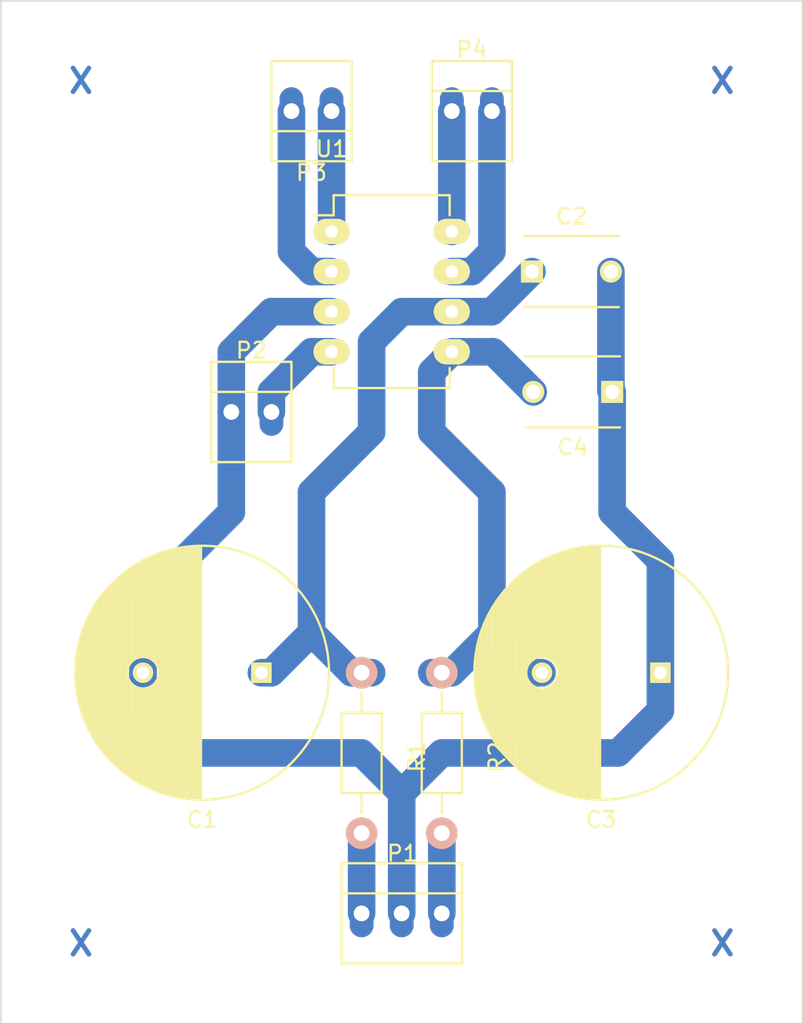
<source format=kicad_pcb>
(kicad_pcb (version 4) (host pcbnew 4.0.0-rc2-stable)

  (general
    (links 19)
    (no_connects 0)
    (area 78.689999 39.319999 129.590001 104.190001)
    (thickness 1.6)
    (drawings 8)
    (tracks 57)
    (zones 0)
    (modules 11)
    (nets 11)
  )

  (page A4)
  (layers
    (0 F.Cu signal)
    (31 B.Cu signal)
    (32 B.Adhes user)
    (33 F.Adhes user)
    (34 B.Paste user)
    (35 F.Paste user)
    (36 B.SilkS user)
    (37 F.SilkS user)
    (38 B.Mask user)
    (39 F.Mask user)
    (40 Dwgs.User user)
    (41 Cmts.User user)
    (42 Eco1.User user)
    (43 Eco2.User user)
    (44 Edge.Cuts user)
    (45 Margin user)
    (46 B.CrtYd user)
    (47 F.CrtYd user)
    (48 B.Fab user)
    (49 F.Fab user)
  )

  (setup
    (last_trace_width 1.75)
    (trace_clearance 0.2)
    (zone_clearance 0.508)
    (zone_45_only no)
    (trace_min 0.2)
    (segment_width 0.2)
    (edge_width 0.1)
    (via_size 0.6)
    (via_drill 0.4)
    (via_min_size 0.4)
    (via_min_drill 0.3)
    (uvia_size 0.3)
    (uvia_drill 0.1)
    (uvias_allowed no)
    (uvia_min_size 0.2)
    (uvia_min_drill 0.1)
    (pcb_text_width 0.3)
    (pcb_text_size 1.5 1.5)
    (mod_edge_width 0.15)
    (mod_text_size 1 1)
    (mod_text_width 0.15)
    (pad_size 1.5 1.5)
    (pad_drill 0.6)
    (pad_to_mask_clearance 0)
    (aux_axis_origin 0 0)
    (visible_elements 7FFFFFFF)
    (pcbplotparams
      (layerselection 0x00030_80000001)
      (usegerberextensions false)
      (excludeedgelayer true)
      (linewidth 0.100000)
      (plotframeref false)
      (viasonmask false)
      (mode 1)
      (useauxorigin false)
      (hpglpennumber 1)
      (hpglpenspeed 20)
      (hpglpendiameter 15)
      (hpglpenoverlay 2)
      (psnegative false)
      (psa4output false)
      (plotreference true)
      (plotvalue true)
      (plotinvisibletext false)
      (padsonsilk false)
      (subtractmaskfromsilk false)
      (outputformat 1)
      (mirror false)
      (drillshape 1)
      (scaleselection 1)
      (outputdirectory ""))
  )

  (net 0 "")
  (net 1 GND)
  (net 2 +Vreg)
  (net 3 -Vreg)
  (net 4 +V_L)
  (net 5 -V_L)
  (net 6 Vin_L)
  (net 7 "Net-(P3-Pad1)")
  (net 8 "Net-(P3-Pad2)")
  (net 9 "Net-(P4-Pad1)")
  (net 10 "Net-(P4-Pad2)")

  (net_class Default "This is the default net class."
    (clearance 0.2)
    (trace_width 1.75)
    (via_dia 0.6)
    (via_drill 0.4)
    (uvia_dia 0.3)
    (uvia_drill 0.1)
    (add_net +V_L)
    (add_net +Vreg)
    (add_net -V_L)
    (add_net -Vreg)
    (add_net GND)
    (add_net "Net-(P3-Pad1)")
    (add_net "Net-(P3-Pad2)")
    (add_net "Net-(P4-Pad1)")
    (add_net "Net-(P4-Pad2)")
    (add_net Vin_L)
  )

  (module Capacitors_ThroughHole:C_Radial_D16_L25_P7.5 (layer F.Cu) (tedit 0) (tstamp 5665200B)
    (at 95.25 81.915 180)
    (descr "Radial Electrolytic Capacitor Diameter 16mm x Length 25mm, Pitch 7.5mm")
    (tags "Electrolytic Capacitor")
    (path /566523DD)
    (fp_text reference C1 (at 3.75 -9.3 180) (layer F.SilkS)
      (effects (font (size 1 1) (thickness 0.15)))
    )
    (fp_text value 470u (at 3.75 9.3 180) (layer F.Fab)
      (effects (font (size 1 1) (thickness 0.15)))
    )
    (fp_line (start 3.825 -8) (end 3.825 8) (layer F.SilkS) (width 0.15))
    (fp_line (start 3.965 -7.997) (end 3.965 7.997) (layer F.SilkS) (width 0.15))
    (fp_line (start 4.105 -7.992) (end 4.105 7.992) (layer F.SilkS) (width 0.15))
    (fp_line (start 4.245 -7.985) (end 4.245 7.985) (layer F.SilkS) (width 0.15))
    (fp_line (start 4.385 -7.975) (end 4.385 7.975) (layer F.SilkS) (width 0.15))
    (fp_line (start 4.525 -7.962) (end 4.525 7.962) (layer F.SilkS) (width 0.15))
    (fp_line (start 4.665 -7.948) (end 4.665 7.948) (layer F.SilkS) (width 0.15))
    (fp_line (start 4.805 -7.93) (end 4.805 7.93) (layer F.SilkS) (width 0.15))
    (fp_line (start 4.945 -7.91) (end 4.945 7.91) (layer F.SilkS) (width 0.15))
    (fp_line (start 5.085 -7.888) (end 5.085 7.888) (layer F.SilkS) (width 0.15))
    (fp_line (start 5.225 -7.863) (end 5.225 7.863) (layer F.SilkS) (width 0.15))
    (fp_line (start 5.365 -7.835) (end 5.365 7.835) (layer F.SilkS) (width 0.15))
    (fp_line (start 5.505 -7.805) (end 5.505 7.805) (layer F.SilkS) (width 0.15))
    (fp_line (start 5.645 -7.772) (end 5.645 7.772) (layer F.SilkS) (width 0.15))
    (fp_line (start 5.785 -7.737) (end 5.785 7.737) (layer F.SilkS) (width 0.15))
    (fp_line (start 5.925 -7.699) (end 5.925 7.699) (layer F.SilkS) (width 0.15))
    (fp_line (start 6.065 -7.658) (end 6.065 7.658) (layer F.SilkS) (width 0.15))
    (fp_line (start 6.205 -7.614) (end 6.205 7.614) (layer F.SilkS) (width 0.15))
    (fp_line (start 6.345 -7.567) (end 6.345 7.567) (layer F.SilkS) (width 0.15))
    (fp_line (start 6.485 -7.518) (end 6.485 7.518) (layer F.SilkS) (width 0.15))
    (fp_line (start 6.625 -7.466) (end 6.625 -0.484) (layer F.SilkS) (width 0.15))
    (fp_line (start 6.625 0.484) (end 6.625 7.466) (layer F.SilkS) (width 0.15))
    (fp_line (start 6.765 -7.41) (end 6.765 -0.678) (layer F.SilkS) (width 0.15))
    (fp_line (start 6.765 0.678) (end 6.765 7.41) (layer F.SilkS) (width 0.15))
    (fp_line (start 6.905 -7.352) (end 6.905 -0.804) (layer F.SilkS) (width 0.15))
    (fp_line (start 6.905 0.804) (end 6.905 7.352) (layer F.SilkS) (width 0.15))
    (fp_line (start 7.045 -7.29) (end 7.045 -0.89) (layer F.SilkS) (width 0.15))
    (fp_line (start 7.045 0.89) (end 7.045 7.29) (layer F.SilkS) (width 0.15))
    (fp_line (start 7.185 -7.225) (end 7.185 -0.949) (layer F.SilkS) (width 0.15))
    (fp_line (start 7.185 0.949) (end 7.185 7.225) (layer F.SilkS) (width 0.15))
    (fp_line (start 7.325 -7.157) (end 7.325 -0.985) (layer F.SilkS) (width 0.15))
    (fp_line (start 7.325 0.985) (end 7.325 7.157) (layer F.SilkS) (width 0.15))
    (fp_line (start 7.465 -7.085) (end 7.465 -0.999) (layer F.SilkS) (width 0.15))
    (fp_line (start 7.465 0.999) (end 7.465 7.085) (layer F.SilkS) (width 0.15))
    (fp_line (start 7.605 -7.01) (end 7.605 -0.994) (layer F.SilkS) (width 0.15))
    (fp_line (start 7.605 0.994) (end 7.605 7.01) (layer F.SilkS) (width 0.15))
    (fp_line (start 7.745 -6.931) (end 7.745 -0.97) (layer F.SilkS) (width 0.15))
    (fp_line (start 7.745 0.97) (end 7.745 6.931) (layer F.SilkS) (width 0.15))
    (fp_line (start 7.885 -6.848) (end 7.885 -0.923) (layer F.SilkS) (width 0.15))
    (fp_line (start 7.885 0.923) (end 7.885 6.848) (layer F.SilkS) (width 0.15))
    (fp_line (start 8.025 -6.762) (end 8.025 -0.851) (layer F.SilkS) (width 0.15))
    (fp_line (start 8.025 0.851) (end 8.025 6.762) (layer F.SilkS) (width 0.15))
    (fp_line (start 8.165 -6.671) (end 8.165 -0.747) (layer F.SilkS) (width 0.15))
    (fp_line (start 8.165 0.747) (end 8.165 6.671) (layer F.SilkS) (width 0.15))
    (fp_line (start 8.305 -6.577) (end 8.305 -0.593) (layer F.SilkS) (width 0.15))
    (fp_line (start 8.305 0.593) (end 8.305 6.577) (layer F.SilkS) (width 0.15))
    (fp_line (start 8.445 -6.477) (end 8.445 -0.327) (layer F.SilkS) (width 0.15))
    (fp_line (start 8.445 0.327) (end 8.445 6.477) (layer F.SilkS) (width 0.15))
    (fp_line (start 8.585 -6.374) (end 8.585 6.374) (layer F.SilkS) (width 0.15))
    (fp_line (start 8.725 -6.265) (end 8.725 6.265) (layer F.SilkS) (width 0.15))
    (fp_line (start 8.865 -6.151) (end 8.865 6.151) (layer F.SilkS) (width 0.15))
    (fp_line (start 9.005 -6.032) (end 9.005 6.032) (layer F.SilkS) (width 0.15))
    (fp_line (start 9.145 -5.907) (end 9.145 5.907) (layer F.SilkS) (width 0.15))
    (fp_line (start 9.285 -5.776) (end 9.285 5.776) (layer F.SilkS) (width 0.15))
    (fp_line (start 9.425 -5.639) (end 9.425 5.639) (layer F.SilkS) (width 0.15))
    (fp_line (start 9.565 -5.494) (end 9.565 5.494) (layer F.SilkS) (width 0.15))
    (fp_line (start 9.705 -5.342) (end 9.705 5.342) (layer F.SilkS) (width 0.15))
    (fp_line (start 9.845 -5.182) (end 9.845 5.182) (layer F.SilkS) (width 0.15))
    (fp_line (start 9.985 -5.012) (end 9.985 5.012) (layer F.SilkS) (width 0.15))
    (fp_line (start 10.125 -4.833) (end 10.125 4.833) (layer F.SilkS) (width 0.15))
    (fp_line (start 10.265 -4.643) (end 10.265 4.643) (layer F.SilkS) (width 0.15))
    (fp_line (start 10.405 -4.44) (end 10.405 4.44) (layer F.SilkS) (width 0.15))
    (fp_line (start 10.545 -4.222) (end 10.545 4.222) (layer F.SilkS) (width 0.15))
    (fp_line (start 10.685 -3.988) (end 10.685 3.988) (layer F.SilkS) (width 0.15))
    (fp_line (start 10.825 -3.734) (end 10.825 3.734) (layer F.SilkS) (width 0.15))
    (fp_line (start 10.965 -3.456) (end 10.965 3.456) (layer F.SilkS) (width 0.15))
    (fp_line (start 11.105 -3.147) (end 11.105 3.147) (layer F.SilkS) (width 0.15))
    (fp_line (start 11.245 -2.797) (end 11.245 2.797) (layer F.SilkS) (width 0.15))
    (fp_line (start 11.385 -2.389) (end 11.385 2.389) (layer F.SilkS) (width 0.15))
    (fp_line (start 11.525 -1.884) (end 11.525 1.884) (layer F.SilkS) (width 0.15))
    (fp_line (start 11.665 -1.163) (end 11.665 1.163) (layer F.SilkS) (width 0.15))
    (fp_circle (center 7.5 0) (end 7.5 -1) (layer F.SilkS) (width 0.15))
    (fp_circle (center 3.75 0) (end 3.75 -8.0375) (layer F.SilkS) (width 0.15))
    (fp_circle (center 3.75 0) (end 3.75 -8.3) (layer F.CrtYd) (width 0.05))
    (pad 1 thru_hole rect (at 0 0 180) (size 1.3 1.3) (drill 0.8) (layers *.Cu *.Mask F.SilkS)
      (net 4 +V_L))
    (pad 2 thru_hole circle (at 7.5 0 180) (size 1.3 1.3) (drill 0.8) (layers *.Cu *.Mask F.SilkS)
      (net 1 GND))
    (model Capacitors_ThroughHole.3dshapes/C_Radial_D16_L25_P7.5.wrl
      (at (xyz 0.1476378 0 0))
      (scale (xyz 1 1 1))
      (rotate (xyz 0 0 90))
    )
  )

  (module Capacitors_ThroughHole:C_Disc_D6_P5 (layer F.Cu) (tedit 0) (tstamp 56652011)
    (at 112.395 56.515)
    (descr "Capacitor 6mm Disc, Pitch 5mm")
    (tags Capacitor)
    (path /566523D7)
    (fp_text reference C2 (at 2.5 -3.5) (layer F.SilkS)
      (effects (font (size 1 1) (thickness 0.15)))
    )
    (fp_text value 0.1u (at 2.5 3.5) (layer F.Fab)
      (effects (font (size 1 1) (thickness 0.15)))
    )
    (fp_line (start -0.95 -2.5) (end 5.95 -2.5) (layer F.CrtYd) (width 0.05))
    (fp_line (start 5.95 -2.5) (end 5.95 2.5) (layer F.CrtYd) (width 0.05))
    (fp_line (start 5.95 2.5) (end -0.95 2.5) (layer F.CrtYd) (width 0.05))
    (fp_line (start -0.95 2.5) (end -0.95 -2.5) (layer F.CrtYd) (width 0.05))
    (fp_line (start -0.5 -2.25) (end 5.5 -2.25) (layer F.SilkS) (width 0.15))
    (fp_line (start 5.5 2.25) (end -0.5 2.25) (layer F.SilkS) (width 0.15))
    (pad 1 thru_hole rect (at 0 0) (size 1.4 1.4) (drill 0.9) (layers *.Cu *.Mask F.SilkS)
      (net 4 +V_L))
    (pad 2 thru_hole circle (at 5 0) (size 1.4 1.4) (drill 0.9) (layers *.Cu *.Mask F.SilkS)
      (net 1 GND))
    (model Capacitors_ThroughHole.3dshapes/C_Disc_D6_P5.wrl
      (at (xyz 0.0984252 0 0))
      (scale (xyz 1 1 1))
      (rotate (xyz 0 0 0))
    )
  )

  (module Connect:PINHEAD1-3 (layer F.Cu) (tedit 0) (tstamp 5665206C)
    (at 104.14 97.155)
    (path /56651604)
    (attr virtual)
    (fp_text reference P1 (at 0.05 -3.8) (layer F.SilkS)
      (effects (font (size 1 1) (thickness 0.15)))
    )
    (fp_text value CONN_01X03 (at 0 3.81) (layer F.Fab)
      (effects (font (size 1 1) (thickness 0.15)))
    )
    (fp_line (start -3.81 -3.175) (end -3.81 3.175) (layer F.SilkS) (width 0.15))
    (fp_line (start 3.81 -3.175) (end 3.81 3.175) (layer F.SilkS) (width 0.15))
    (fp_line (start 3.81 -1.27) (end -3.81 -1.27) (layer F.SilkS) (width 0.15))
    (fp_line (start -3.81 -3.175) (end 3.81 -3.175) (layer F.SilkS) (width 0.15))
    (fp_line (start 3.81 3.175) (end -3.81 3.175) (layer F.SilkS) (width 0.15))
    (pad 1 thru_hole oval (at -2.54 0) (size 1.50622 3.01498) (drill 0.99822) (layers *.Cu *.Mask)
      (net 2 +Vreg))
    (pad 2 thru_hole oval (at 0 0) (size 1.50622 3.01498) (drill 0.99822) (layers *.Cu *.Mask)
      (net 1 GND))
    (pad 3 thru_hole oval (at 2.54 0) (size 1.50622 3.01498) (drill 0.99822) (layers *.Cu *.Mask)
      (net 3 -Vreg))
  )

  (module Connect:PINHEAD1-2 (layer F.Cu) (tedit 0) (tstamp 56652077)
    (at 98.425 46.355 180)
    (path /566520FE)
    (attr virtual)
    (fp_text reference P3 (at 0 -3.9 180) (layer F.SilkS)
      (effects (font (size 1 1) (thickness 0.15)))
    )
    (fp_text value CONN_01X02 (at 0 3.81 180) (layer F.Fab)
      (effects (font (size 1 1) (thickness 0.15)))
    )
    (fp_line (start 2.54 -1.27) (end -2.54 -1.27) (layer F.SilkS) (width 0.15))
    (fp_line (start 2.54 3.175) (end -2.54 3.175) (layer F.SilkS) (width 0.15))
    (fp_line (start -2.54 -3.175) (end 2.54 -3.175) (layer F.SilkS) (width 0.15))
    (fp_line (start -2.54 -3.175) (end -2.54 3.175) (layer F.SilkS) (width 0.15))
    (fp_line (start 2.54 -3.175) (end 2.54 3.175) (layer F.SilkS) (width 0.15))
    (pad 1 thru_hole oval (at -1.27 0 180) (size 1.50622 3.01498) (drill 0.99822) (layers *.Cu *.Mask)
      (net 7 "Net-(P3-Pad1)"))
    (pad 2 thru_hole oval (at 1.27 0 180) (size 1.50622 3.01498) (drill 0.99822) (layers *.Cu *.Mask)
      (net 8 "Net-(P3-Pad2)"))
  )

  (module Connect:PINHEAD1-2 (layer F.Cu) (tedit 0) (tstamp 5665207D)
    (at 108.585 46.355)
    (path /56652104)
    (attr virtual)
    (fp_text reference P4 (at 0 -3.9) (layer F.SilkS)
      (effects (font (size 1 1) (thickness 0.15)))
    )
    (fp_text value CONN_01X02 (at 0 3.81) (layer F.Fab)
      (effects (font (size 1 1) (thickness 0.15)))
    )
    (fp_line (start 2.54 -1.27) (end -2.54 -1.27) (layer F.SilkS) (width 0.15))
    (fp_line (start 2.54 3.175) (end -2.54 3.175) (layer F.SilkS) (width 0.15))
    (fp_line (start -2.54 -3.175) (end 2.54 -3.175) (layer F.SilkS) (width 0.15))
    (fp_line (start -2.54 -3.175) (end -2.54 3.175) (layer F.SilkS) (width 0.15))
    (fp_line (start 2.54 -3.175) (end 2.54 3.175) (layer F.SilkS) (width 0.15))
    (pad 1 thru_hole oval (at -1.27 0) (size 1.50622 3.01498) (drill 0.99822) (layers *.Cu *.Mask)
      (net 9 "Net-(P4-Pad1)"))
    (pad 2 thru_hole oval (at 1.27 0) (size 1.50622 3.01498) (drill 0.99822) (layers *.Cu *.Mask)
      (net 10 "Net-(P4-Pad2)"))
  )

  (module Resistors_ThroughHole:Resistor_Horizontal_RM10mm (layer F.Cu) (tedit 53F56209) (tstamp 56652094)
    (at 101.6 86.995 270)
    (descr "Resistor, Axial,  RM 10mm, 1/3W,")
    (tags "Resistor, Axial, RM 10mm, 1/3W,")
    (path /56652B76)
    (fp_text reference R1 (at 0.24892 -3.50012 270) (layer F.SilkS)
      (effects (font (size 1 1) (thickness 0.15)))
    )
    (fp_text value 10 (at 3.81 3.81 270) (layer F.Fab)
      (effects (font (size 1 1) (thickness 0.15)))
    )
    (fp_line (start -2.54 -1.27) (end 2.54 -1.27) (layer F.SilkS) (width 0.15))
    (fp_line (start 2.54 -1.27) (end 2.54 1.27) (layer F.SilkS) (width 0.15))
    (fp_line (start 2.54 1.27) (end -2.54 1.27) (layer F.SilkS) (width 0.15))
    (fp_line (start -2.54 1.27) (end -2.54 -1.27) (layer F.SilkS) (width 0.15))
    (fp_line (start -2.54 0) (end -3.81 0) (layer F.SilkS) (width 0.15))
    (fp_line (start 2.54 0) (end 3.81 0) (layer F.SilkS) (width 0.15))
    (pad 1 thru_hole circle (at -5.08 0 270) (size 1.99898 1.99898) (drill 1.00076) (layers *.Cu *.SilkS *.Mask)
      (net 4 +V_L))
    (pad 2 thru_hole circle (at 5.08 0 270) (size 1.99898 1.99898) (drill 1.00076) (layers *.Cu *.SilkS *.Mask)
      (net 2 +Vreg))
    (model Resistors_ThroughHole.3dshapes/Resistor_Horizontal_RM10mm.wrl
      (at (xyz 0 0 0))
      (scale (xyz 0.4 0.4 0.4))
      (rotate (xyz 0 0 0))
    )
  )

  (module Resistors_ThroughHole:Resistor_Horizontal_RM10mm (layer F.Cu) (tedit 53F56209) (tstamp 5665209A)
    (at 106.68 86.995 270)
    (descr "Resistor, Axial,  RM 10mm, 1/3W,")
    (tags "Resistor, Axial, RM 10mm, 1/3W,")
    (path /56652C3F)
    (fp_text reference R2 (at 0.24892 -3.50012 270) (layer F.SilkS)
      (effects (font (size 1 1) (thickness 0.15)))
    )
    (fp_text value 10 (at 3.81 3.81 270) (layer F.Fab)
      (effects (font (size 1 1) (thickness 0.15)))
    )
    (fp_line (start -2.54 -1.27) (end 2.54 -1.27) (layer F.SilkS) (width 0.15))
    (fp_line (start 2.54 -1.27) (end 2.54 1.27) (layer F.SilkS) (width 0.15))
    (fp_line (start 2.54 1.27) (end -2.54 1.27) (layer F.SilkS) (width 0.15))
    (fp_line (start -2.54 1.27) (end -2.54 -1.27) (layer F.SilkS) (width 0.15))
    (fp_line (start -2.54 0) (end -3.81 0) (layer F.SilkS) (width 0.15))
    (fp_line (start 2.54 0) (end 3.81 0) (layer F.SilkS) (width 0.15))
    (pad 1 thru_hole circle (at -5.08 0 270) (size 1.99898 1.99898) (drill 1.00076) (layers *.Cu *.SilkS *.Mask)
      (net 5 -V_L))
    (pad 2 thru_hole circle (at 5.08 0 270) (size 1.99898 1.99898) (drill 1.00076) (layers *.Cu *.SilkS *.Mask)
      (net 3 -Vreg))
    (model Resistors_ThroughHole.3dshapes/Resistor_Horizontal_RM10mm.wrl
      (at (xyz 0 0 0))
      (scale (xyz 0.4 0.4 0.4))
      (rotate (xyz 0 0 0))
    )
  )

  (module Connect:PINHEAD1-2 (layer F.Cu) (tedit 0) (tstamp 56653EBF)
    (at 94.615 65.405)
    (path /566598AF)
    (attr virtual)
    (fp_text reference P2 (at 0 -3.9) (layer F.SilkS)
      (effects (font (size 1 1) (thickness 0.15)))
    )
    (fp_text value CONN_01X02 (at 0 3.81) (layer F.Fab)
      (effects (font (size 1 1) (thickness 0.15)))
    )
    (fp_line (start 2.54 -1.27) (end -2.54 -1.27) (layer F.SilkS) (width 0.15))
    (fp_line (start 2.54 3.175) (end -2.54 3.175) (layer F.SilkS) (width 0.15))
    (fp_line (start -2.54 -3.175) (end 2.54 -3.175) (layer F.SilkS) (width 0.15))
    (fp_line (start -2.54 -3.175) (end -2.54 3.175) (layer F.SilkS) (width 0.15))
    (fp_line (start 2.54 -3.175) (end 2.54 3.175) (layer F.SilkS) (width 0.15))
    (pad 1 thru_hole oval (at -1.27 0) (size 1.50622 3.01498) (drill 0.99822) (layers *.Cu *.Mask)
      (net 1 GND))
    (pad 2 thru_hole oval (at 1.27 0) (size 1.50622 3.01498) (drill 0.99822) (layers *.Cu *.Mask)
      (net 6 Vin_L))
  )

  (module Capacitors_ThroughHole:C_Radial_D16_L25_P7.5 (layer F.Cu) (tedit 0) (tstamp 566533F1)
    (at 120.53 81.915 180)
    (descr "Radial Electrolytic Capacitor Diameter 16mm x Length 25mm, Pitch 7.5mm")
    (tags "Electrolytic Capacitor")
    (path /56652F6D)
    (fp_text reference C3 (at 3.75 -9.3 180) (layer F.SilkS)
      (effects (font (size 1 1) (thickness 0.15)))
    )
    (fp_text value 470u (at 3.75 9.3 180) (layer F.Fab)
      (effects (font (size 1 1) (thickness 0.15)))
    )
    (fp_line (start 3.825 -8) (end 3.825 8) (layer F.SilkS) (width 0.15))
    (fp_line (start 3.965 -7.997) (end 3.965 7.997) (layer F.SilkS) (width 0.15))
    (fp_line (start 4.105 -7.992) (end 4.105 7.992) (layer F.SilkS) (width 0.15))
    (fp_line (start 4.245 -7.985) (end 4.245 7.985) (layer F.SilkS) (width 0.15))
    (fp_line (start 4.385 -7.975) (end 4.385 7.975) (layer F.SilkS) (width 0.15))
    (fp_line (start 4.525 -7.962) (end 4.525 7.962) (layer F.SilkS) (width 0.15))
    (fp_line (start 4.665 -7.948) (end 4.665 7.948) (layer F.SilkS) (width 0.15))
    (fp_line (start 4.805 -7.93) (end 4.805 7.93) (layer F.SilkS) (width 0.15))
    (fp_line (start 4.945 -7.91) (end 4.945 7.91) (layer F.SilkS) (width 0.15))
    (fp_line (start 5.085 -7.888) (end 5.085 7.888) (layer F.SilkS) (width 0.15))
    (fp_line (start 5.225 -7.863) (end 5.225 7.863) (layer F.SilkS) (width 0.15))
    (fp_line (start 5.365 -7.835) (end 5.365 7.835) (layer F.SilkS) (width 0.15))
    (fp_line (start 5.505 -7.805) (end 5.505 7.805) (layer F.SilkS) (width 0.15))
    (fp_line (start 5.645 -7.772) (end 5.645 7.772) (layer F.SilkS) (width 0.15))
    (fp_line (start 5.785 -7.737) (end 5.785 7.737) (layer F.SilkS) (width 0.15))
    (fp_line (start 5.925 -7.699) (end 5.925 7.699) (layer F.SilkS) (width 0.15))
    (fp_line (start 6.065 -7.658) (end 6.065 7.658) (layer F.SilkS) (width 0.15))
    (fp_line (start 6.205 -7.614) (end 6.205 7.614) (layer F.SilkS) (width 0.15))
    (fp_line (start 6.345 -7.567) (end 6.345 7.567) (layer F.SilkS) (width 0.15))
    (fp_line (start 6.485 -7.518) (end 6.485 7.518) (layer F.SilkS) (width 0.15))
    (fp_line (start 6.625 -7.466) (end 6.625 -0.484) (layer F.SilkS) (width 0.15))
    (fp_line (start 6.625 0.484) (end 6.625 7.466) (layer F.SilkS) (width 0.15))
    (fp_line (start 6.765 -7.41) (end 6.765 -0.678) (layer F.SilkS) (width 0.15))
    (fp_line (start 6.765 0.678) (end 6.765 7.41) (layer F.SilkS) (width 0.15))
    (fp_line (start 6.905 -7.352) (end 6.905 -0.804) (layer F.SilkS) (width 0.15))
    (fp_line (start 6.905 0.804) (end 6.905 7.352) (layer F.SilkS) (width 0.15))
    (fp_line (start 7.045 -7.29) (end 7.045 -0.89) (layer F.SilkS) (width 0.15))
    (fp_line (start 7.045 0.89) (end 7.045 7.29) (layer F.SilkS) (width 0.15))
    (fp_line (start 7.185 -7.225) (end 7.185 -0.949) (layer F.SilkS) (width 0.15))
    (fp_line (start 7.185 0.949) (end 7.185 7.225) (layer F.SilkS) (width 0.15))
    (fp_line (start 7.325 -7.157) (end 7.325 -0.985) (layer F.SilkS) (width 0.15))
    (fp_line (start 7.325 0.985) (end 7.325 7.157) (layer F.SilkS) (width 0.15))
    (fp_line (start 7.465 -7.085) (end 7.465 -0.999) (layer F.SilkS) (width 0.15))
    (fp_line (start 7.465 0.999) (end 7.465 7.085) (layer F.SilkS) (width 0.15))
    (fp_line (start 7.605 -7.01) (end 7.605 -0.994) (layer F.SilkS) (width 0.15))
    (fp_line (start 7.605 0.994) (end 7.605 7.01) (layer F.SilkS) (width 0.15))
    (fp_line (start 7.745 -6.931) (end 7.745 -0.97) (layer F.SilkS) (width 0.15))
    (fp_line (start 7.745 0.97) (end 7.745 6.931) (layer F.SilkS) (width 0.15))
    (fp_line (start 7.885 -6.848) (end 7.885 -0.923) (layer F.SilkS) (width 0.15))
    (fp_line (start 7.885 0.923) (end 7.885 6.848) (layer F.SilkS) (width 0.15))
    (fp_line (start 8.025 -6.762) (end 8.025 -0.851) (layer F.SilkS) (width 0.15))
    (fp_line (start 8.025 0.851) (end 8.025 6.762) (layer F.SilkS) (width 0.15))
    (fp_line (start 8.165 -6.671) (end 8.165 -0.747) (layer F.SilkS) (width 0.15))
    (fp_line (start 8.165 0.747) (end 8.165 6.671) (layer F.SilkS) (width 0.15))
    (fp_line (start 8.305 -6.577) (end 8.305 -0.593) (layer F.SilkS) (width 0.15))
    (fp_line (start 8.305 0.593) (end 8.305 6.577) (layer F.SilkS) (width 0.15))
    (fp_line (start 8.445 -6.477) (end 8.445 -0.327) (layer F.SilkS) (width 0.15))
    (fp_line (start 8.445 0.327) (end 8.445 6.477) (layer F.SilkS) (width 0.15))
    (fp_line (start 8.585 -6.374) (end 8.585 6.374) (layer F.SilkS) (width 0.15))
    (fp_line (start 8.725 -6.265) (end 8.725 6.265) (layer F.SilkS) (width 0.15))
    (fp_line (start 8.865 -6.151) (end 8.865 6.151) (layer F.SilkS) (width 0.15))
    (fp_line (start 9.005 -6.032) (end 9.005 6.032) (layer F.SilkS) (width 0.15))
    (fp_line (start 9.145 -5.907) (end 9.145 5.907) (layer F.SilkS) (width 0.15))
    (fp_line (start 9.285 -5.776) (end 9.285 5.776) (layer F.SilkS) (width 0.15))
    (fp_line (start 9.425 -5.639) (end 9.425 5.639) (layer F.SilkS) (width 0.15))
    (fp_line (start 9.565 -5.494) (end 9.565 5.494) (layer F.SilkS) (width 0.15))
    (fp_line (start 9.705 -5.342) (end 9.705 5.342) (layer F.SilkS) (width 0.15))
    (fp_line (start 9.845 -5.182) (end 9.845 5.182) (layer F.SilkS) (width 0.15))
    (fp_line (start 9.985 -5.012) (end 9.985 5.012) (layer F.SilkS) (width 0.15))
    (fp_line (start 10.125 -4.833) (end 10.125 4.833) (layer F.SilkS) (width 0.15))
    (fp_line (start 10.265 -4.643) (end 10.265 4.643) (layer F.SilkS) (width 0.15))
    (fp_line (start 10.405 -4.44) (end 10.405 4.44) (layer F.SilkS) (width 0.15))
    (fp_line (start 10.545 -4.222) (end 10.545 4.222) (layer F.SilkS) (width 0.15))
    (fp_line (start 10.685 -3.988) (end 10.685 3.988) (layer F.SilkS) (width 0.15))
    (fp_line (start 10.825 -3.734) (end 10.825 3.734) (layer F.SilkS) (width 0.15))
    (fp_line (start 10.965 -3.456) (end 10.965 3.456) (layer F.SilkS) (width 0.15))
    (fp_line (start 11.105 -3.147) (end 11.105 3.147) (layer F.SilkS) (width 0.15))
    (fp_line (start 11.245 -2.797) (end 11.245 2.797) (layer F.SilkS) (width 0.15))
    (fp_line (start 11.385 -2.389) (end 11.385 2.389) (layer F.SilkS) (width 0.15))
    (fp_line (start 11.525 -1.884) (end 11.525 1.884) (layer F.SilkS) (width 0.15))
    (fp_line (start 11.665 -1.163) (end 11.665 1.163) (layer F.SilkS) (width 0.15))
    (fp_circle (center 7.5 0) (end 7.5 -1) (layer F.SilkS) (width 0.15))
    (fp_circle (center 3.75 0) (end 3.75 -8.0375) (layer F.SilkS) (width 0.15))
    (fp_circle (center 3.75 0) (end 3.75 -8.3) (layer F.CrtYd) (width 0.05))
    (pad 1 thru_hole rect (at 0 0 180) (size 1.3 1.3) (drill 0.8) (layers *.Cu *.Mask F.SilkS)
      (net 1 GND))
    (pad 2 thru_hole circle (at 7.5 0 180) (size 1.3 1.3) (drill 0.8) (layers *.Cu *.Mask F.SilkS)
      (net 5 -V_L))
    (model Capacitors_ThroughHole.3dshapes/C_Radial_D16_L25_P7.5.wrl
      (at (xyz 0.1476378 0 0))
      (scale (xyz 1 1 1))
      (rotate (xyz 0 0 90))
    )
  )

  (module Capacitors_ThroughHole:C_Disc_D6_P5 (layer F.Cu) (tedit 0) (tstamp 566533F6)
    (at 117.475 64.135 180)
    (descr "Capacitor 6mm Disc, Pitch 5mm")
    (tags Capacitor)
    (path /56652F67)
    (fp_text reference C4 (at 2.5 -3.5 180) (layer F.SilkS)
      (effects (font (size 1 1) (thickness 0.15)))
    )
    (fp_text value 0.1u (at 2.5 3.5 180) (layer F.Fab)
      (effects (font (size 1 1) (thickness 0.15)))
    )
    (fp_line (start -0.95 -2.5) (end 5.95 -2.5) (layer F.CrtYd) (width 0.05))
    (fp_line (start 5.95 -2.5) (end 5.95 2.5) (layer F.CrtYd) (width 0.05))
    (fp_line (start 5.95 2.5) (end -0.95 2.5) (layer F.CrtYd) (width 0.05))
    (fp_line (start -0.95 2.5) (end -0.95 -2.5) (layer F.CrtYd) (width 0.05))
    (fp_line (start -0.5 -2.25) (end 5.5 -2.25) (layer F.SilkS) (width 0.15))
    (fp_line (start 5.5 2.25) (end -0.5 2.25) (layer F.SilkS) (width 0.15))
    (pad 1 thru_hole rect (at 0 0 180) (size 1.4 1.4) (drill 0.9) (layers *.Cu *.Mask F.SilkS)
      (net 1 GND))
    (pad 2 thru_hole circle (at 5 0 180) (size 1.4 1.4) (drill 0.9) (layers *.Cu *.Mask F.SilkS)
      (net 5 -V_L))
    (model Capacitors_ThroughHole.3dshapes/C_Disc_D6_P5.wrl
      (at (xyz 0.0984252 0 0))
      (scale (xyz 1 1 1))
      (rotate (xyz 0 0 0))
    )
  )

  (module Housings_DIP:DIP-8_W7.62mm_LongPads (layer F.Cu) (tedit 54130A77) (tstamp 566533FB)
    (at 99.695 53.975)
    (descr "8-lead dip package, row spacing 7.62 mm (300 mils), longer pads")
    (tags "dil dip 2.54 300")
    (path /56657851)
    (fp_text reference U1 (at 0 -5.22) (layer F.SilkS)
      (effects (font (size 1 1) (thickness 0.15)))
    )
    (fp_text value SSM2142P (at 0 -3.72) (layer F.Fab)
      (effects (font (size 1 1) (thickness 0.15)))
    )
    (fp_line (start -1.4 -2.45) (end -1.4 10.1) (layer F.CrtYd) (width 0.05))
    (fp_line (start 9 -2.45) (end 9 10.1) (layer F.CrtYd) (width 0.05))
    (fp_line (start -1.4 -2.45) (end 9 -2.45) (layer F.CrtYd) (width 0.05))
    (fp_line (start -1.4 10.1) (end 9 10.1) (layer F.CrtYd) (width 0.05))
    (fp_line (start 0.135 -2.295) (end 0.135 -1.025) (layer F.SilkS) (width 0.15))
    (fp_line (start 7.485 -2.295) (end 7.485 -1.025) (layer F.SilkS) (width 0.15))
    (fp_line (start 7.485 9.915) (end 7.485 8.645) (layer F.SilkS) (width 0.15))
    (fp_line (start 0.135 9.915) (end 0.135 8.645) (layer F.SilkS) (width 0.15))
    (fp_line (start 0.135 -2.295) (end 7.485 -2.295) (layer F.SilkS) (width 0.15))
    (fp_line (start 0.135 9.915) (end 7.485 9.915) (layer F.SilkS) (width 0.15))
    (fp_line (start 0.135 -1.025) (end -1.15 -1.025) (layer F.SilkS) (width 0.15))
    (pad 1 thru_hole oval (at 0 0) (size 2.3 1.6) (drill 0.8) (layers *.Cu *.Mask F.SilkS)
      (net 7 "Net-(P3-Pad1)"))
    (pad 2 thru_hole oval (at 0 2.54) (size 2.3 1.6) (drill 0.8) (layers *.Cu *.Mask F.SilkS)
      (net 8 "Net-(P3-Pad2)"))
    (pad 3 thru_hole oval (at 0 5.08) (size 2.3 1.6) (drill 0.8) (layers *.Cu *.Mask F.SilkS)
      (net 1 GND))
    (pad 4 thru_hole oval (at 0 7.62) (size 2.3 1.6) (drill 0.8) (layers *.Cu *.Mask F.SilkS)
      (net 6 Vin_L))
    (pad 5 thru_hole oval (at 7.62 7.62) (size 2.3 1.6) (drill 0.8) (layers *.Cu *.Mask F.SilkS)
      (net 5 -V_L))
    (pad 6 thru_hole oval (at 7.62 5.08) (size 2.3 1.6) (drill 0.8) (layers *.Cu *.Mask F.SilkS)
      (net 4 +V_L))
    (pad 7 thru_hole oval (at 7.62 2.54) (size 2.3 1.6) (drill 0.8) (layers *.Cu *.Mask F.SilkS)
      (net 10 "Net-(P4-Pad2)"))
    (pad 8 thru_hole oval (at 7.62 0) (size 2.3 1.6) (drill 0.8) (layers *.Cu *.Mask F.SilkS)
      (net 9 "Net-(P4-Pad1)"))
    (model Housings_DIP.3dshapes/DIP-8_W7.62mm_LongPads.wrl
      (at (xyz 0 0 0))
      (scale (xyz 1 1 1))
      (rotate (xyz 0 0 0))
    )
  )

  (gr_text X (at 124.46 99.06) (layer B.Cu)
    (effects (font (size 1.5 1.5) (thickness 0.3)))
  )
  (gr_text X (at 83.82 99.06) (layer B.Cu)
    (effects (font (size 1.5 1.5) (thickness 0.3)))
  )
  (gr_text X (at 83.82 44.45) (layer B.Cu)
    (effects (font (size 1.5 1.5) (thickness 0.3)))
  )
  (gr_text X (at 124.46 44.45) (layer B.Cu)
    (effects (font (size 1.5 1.5) (thickness 0.3)))
  )
  (gr_line (start 129.54 104.14) (end 78.74 104.14) (angle 90) (layer Edge.Cuts) (width 0.1))
  (gr_line (start 129.54 39.37) (end 129.54 104.14) (angle 90) (layer Edge.Cuts) (width 0.1))
  (gr_line (start 78.74 39.37) (end 129.54 39.37) (angle 90) (layer Edge.Cuts) (width 0.1))
  (gr_line (start 78.74 104.14) (end 78.74 39.37) (angle 90) (layer Edge.Cuts) (width 0.1))

  (segment (start 101.6 86.995) (end 90.17 86.995) (width 1.75) (layer B.Cu) (net 1))
  (segment (start 87.75 84.455) (end 87.75 81.915) (width 1.75) (layer B.Cu) (net 1))
  (segment (start 90.17 86.995) (end 90.17 86.875) (width 1.75) (layer B.Cu) (net 1))
  (segment (start 90.17 86.875) (end 87.75 84.455) (width 1.75) (layer B.Cu) (net 1))
  (segment (start 104.14 89.535) (end 101.6 86.995) (width 1.75) (layer B.Cu) (net 1))
  (segment (start 104.14 97.155) (end 104.14 89.535) (width 1.75) (layer B.Cu) (net 1))
  (segment (start 104.14 89.535) (end 106.68 86.995) (width 1.75) (layer B.Cu) (net 1))
  (segment (start 106.68 86.995) (end 117.85 86.995) (width 1.75) (layer B.Cu) (net 1))
  (segment (start 117.85 86.995) (end 120.53 84.315) (width 1.75) (layer B.Cu) (net 1))
  (segment (start 120.53 84.315) (end 120.53 81.915) (width 1.75) (layer B.Cu) (net 1))
  (segment (start 117.475 64.135) (end 117.475 71.755) (width 1.75) (layer B.Cu) (net 1))
  (segment (start 117.475 71.755) (end 120.53 74.81) (width 1.75) (layer B.Cu) (net 1))
  (segment (start 120.53 74.81) (end 120.53 81.915) (width 1.75) (layer B.Cu) (net 1))
  (segment (start 93.345 65.405) (end 93.345 71.755) (width 1.75) (layer B.Cu) (net 1))
  (segment (start 93.345 71.755) (end 87.75 77.35) (width 1.75) (layer B.Cu) (net 1))
  (segment (start 87.75 77.35) (end 87.75 81.915) (width 1.75) (layer B.Cu) (net 1))
  (segment (start 93.345 61.595) (end 94.615 60.325) (width 1.75) (layer B.Cu) (net 1))
  (segment (start 94.615 60.325) (end 95.885 59.055) (width 1.75) (layer B.Cu) (net 1))
  (segment (start 117.395 56.515) (end 117.395 64.055) (width 1.75) (layer B.Cu) (net 1))
  (segment (start 117.395 64.055) (end 117.475 64.135) (width 1.75) (layer B.Cu) (net 1))
  (segment (start 95.885 59.055) (end 99.695 59.055) (width 1.75) (layer B.Cu) (net 1))
  (segment (start 93.345 65.405) (end 93.345 61.595) (width 1.75) (layer B.Cu) (net 1))
  (segment (start 101.6 92.075) (end 101.6 97.155) (width 1.75) (layer B.Cu) (net 2))
  (segment (start 106.68 92.075) (end 106.68 97.155) (width 1.75) (layer B.Cu) (net 3))
  (segment (start 98.425 79.375) (end 100.965 81.915) (width 1.75) (layer B.Cu) (net 4))
  (segment (start 100.965 81.915) (end 102.235 81.915) (width 1.75) (layer B.Cu) (net 4))
  (segment (start 102.235 66.675) (end 98.425 70.485) (width 1.75) (layer B.Cu) (net 4))
  (segment (start 98.425 70.485) (end 98.425 79.375) (width 1.75) (layer B.Cu) (net 4))
  (segment (start 98.425 79.375) (end 95.885 81.915) (width 1.75) (layer B.Cu) (net 4))
  (segment (start 95.885 81.915) (end 95.25 81.915) (width 1.75) (layer B.Cu) (net 4))
  (segment (start 102.235 60.96) (end 102.235 66.675) (width 1.75) (layer B.Cu) (net 4))
  (segment (start 107.315 59.055) (end 104.14 59.055) (width 1.75) (layer B.Cu) (net 4))
  (segment (start 104.14 59.055) (end 102.235 60.96) (width 1.75) (layer B.Cu) (net 4))
  (segment (start 109.855 59.055) (end 112.395 56.515) (width 1.75) (layer B.Cu) (net 4) (tstamp 56653053))
  (segment (start 107.315 59.055) (end 109.855 59.055) (width 1.75) (layer B.Cu) (net 4) (tstamp 56653052))
  (segment (start 109.855 79.375) (end 112.395 81.915) (width 1.75) (layer B.Cu) (net 5))
  (segment (start 112.395 81.915) (end 113.03 81.915) (width 1.75) (layer B.Cu) (net 5))
  (segment (start 109.855 78.105) (end 109.855 79.375) (width 1.75) (layer B.Cu) (net 5))
  (segment (start 109.855 79.375) (end 107.315 81.915) (width 1.75) (layer B.Cu) (net 5))
  (segment (start 107.315 81.915) (end 106.045 81.915) (width 1.75) (layer B.Cu) (net 5))
  (segment (start 109.855 70.485) (end 109.855 78.105) (width 1.75) (layer B.Cu) (net 5))
  (segment (start 107.315 61.595) (end 106.045 62.865) (width 1.75) (layer B.Cu) (net 5))
  (segment (start 106.045 62.865) (end 106.045 66.675) (width 1.75) (layer B.Cu) (net 5))
  (segment (start 106.045 66.675) (end 109.855 70.485) (width 1.75) (layer B.Cu) (net 5))
  (segment (start 109.935 61.595) (end 112.475 64.135) (width 1.75) (layer B.Cu) (net 5) (tstamp 5665305C))
  (segment (start 107.315 61.595) (end 109.935 61.595) (width 1.75) (layer B.Cu) (net 5) (tstamp 5665305B))
  (segment (start 98.425 61.595) (end 99.695 61.595) (width 1.75) (layer B.Cu) (net 6))
  (segment (start 95.885 64.135) (end 98.425 61.595) (width 1.75) (layer B.Cu) (net 6))
  (segment (start 95.885 65.405) (end 95.885 64.135) (width 1.75) (layer B.Cu) (net 6))
  (segment (start 99.695 53.975) (end 99.695 46.355) (width 1.75) (layer B.Cu) (net 7) (tstamp 5665305D))
  (segment (start 97.155 46.355) (end 97.155 55.245) (width 1.75) (layer B.Cu) (net 8) (tstamp 56653060))
  (segment (start 98.425 56.515) (end 99.695 56.515) (width 1.75) (layer B.Cu) (net 8) (tstamp 5665305F))
  (segment (start 97.155 55.245) (end 98.425 56.515) (width 1.75) (layer B.Cu) (net 8) (tstamp 5665305E))
  (segment (start 107.315 53.975) (end 107.315 46.355) (width 1.75) (layer B.Cu) (net 9) (tstamp 56653061))
  (segment (start 109.855 46.355) (end 109.855 55.245) (width 1.75) (layer B.Cu) (net 10) (tstamp 56653064))
  (segment (start 109.855 55.245) (end 108.585 56.515) (width 1.75) (layer B.Cu) (net 10) (tstamp 56653063))
  (segment (start 108.585 56.515) (end 107.315 56.515) (width 1.75) (layer B.Cu) (net 10) (tstamp 56653062))

)

</source>
